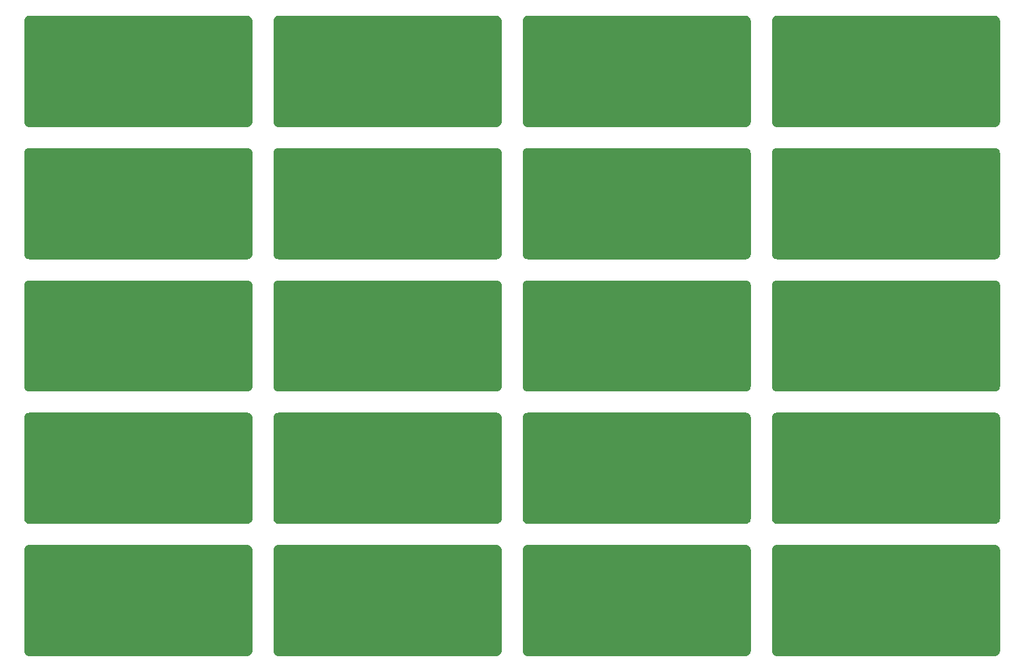
<source format=gbr>
G04 #@! TF.GenerationSoftware,KiCad,Pcbnew,(5.1.5-0-10_14)*
G04 #@! TF.CreationDate,2020-08-30T19:39:22+03:00*
G04 #@! TF.ProjectId,miniRGBii,6d696e69-5247-4426-9969-2e6b69636164,rev?*
G04 #@! TF.SameCoordinates,Original*
G04 #@! TF.FileFunction,Copper,L2,Bot*
G04 #@! TF.FilePolarity,Positive*
%FSLAX46Y46*%
G04 Gerber Fmt 4.6, Leading zero omitted, Abs format (unit mm)*
G04 Created by KiCad (PCBNEW (5.1.5-0-10_14)) date 2020-08-30 19:39:22*
%MOMM*%
%LPD*%
G04 APERTURE LIST*
%ADD10C,0.800000*%
%ADD11C,0.300000*%
G04 APERTURE END LIST*
D10*
X61000000Y-30800000D03*
X29000000Y-47800000D03*
X93000000Y-30800000D03*
X61000000Y-47800000D03*
X125000000Y-47800000D03*
X125000000Y-30800000D03*
X93000000Y-98800000D03*
X61000000Y-98800000D03*
X61000000Y-81800000D03*
X29000000Y-81800000D03*
X93000000Y-64800000D03*
X93000000Y-47800000D03*
X93000000Y-81800000D03*
X29000000Y-64800000D03*
X61000000Y-64800000D03*
X125000000Y-98800000D03*
X125000000Y-64800000D03*
X29000000Y-98800000D03*
X125000000Y-81800000D03*
X70400000Y-83700000D03*
X38400000Y-83700000D03*
X134400000Y-66700000D03*
X102400000Y-66700000D03*
X70400000Y-66700000D03*
X38400000Y-66700000D03*
X134400000Y-49700000D03*
X102400000Y-49700000D03*
X70400000Y-49700000D03*
X38400000Y-49700000D03*
X134400000Y-32700000D03*
X102400000Y-32700000D03*
X70400000Y-32700000D03*
X127000000Y-98800000D03*
X95000000Y-98800000D03*
X63000000Y-98800000D03*
X31000000Y-98800000D03*
X127000000Y-81800000D03*
X95000000Y-81800000D03*
X63000000Y-81800000D03*
X31000000Y-81800000D03*
X127000000Y-64800000D03*
X95000000Y-64800000D03*
X63000000Y-64800000D03*
X31000000Y-64800000D03*
X127000000Y-47800000D03*
X95000000Y-47800000D03*
X63000000Y-47800000D03*
X31000000Y-47800000D03*
X127000000Y-30800000D03*
X95000000Y-30800000D03*
X63000000Y-30800000D03*
X128900000Y-100700000D03*
X96900000Y-100700000D03*
X64900000Y-100700000D03*
X32900000Y-100700000D03*
X128900000Y-83700000D03*
X96900000Y-83700000D03*
X64900000Y-83700000D03*
X32900000Y-83700000D03*
X128900000Y-66700000D03*
X96900000Y-66700000D03*
X64900000Y-66700000D03*
X32900000Y-66700000D03*
X128900000Y-49700000D03*
X96900000Y-49700000D03*
X64900000Y-49700000D03*
X32900000Y-49700000D03*
X128900000Y-32700000D03*
X96900000Y-32700000D03*
X64900000Y-32700000D03*
X142600000Y-101700000D03*
X110600000Y-101700000D03*
X78600000Y-101700000D03*
X46600000Y-101700000D03*
X142600000Y-84700000D03*
X110600000Y-84700000D03*
X78600000Y-84700000D03*
X46600000Y-84700000D03*
X142600000Y-67700000D03*
X110600000Y-67700000D03*
X78600000Y-67700000D03*
X46600000Y-67700000D03*
X142600000Y-50700000D03*
X110600000Y-50700000D03*
X78600000Y-50700000D03*
X46600000Y-50700000D03*
X142600000Y-33700000D03*
X110600000Y-33700000D03*
X78600000Y-33700000D03*
X144200000Y-107900000D03*
X112200000Y-107900000D03*
X80200000Y-107900000D03*
X48200000Y-107900000D03*
X144200000Y-90900000D03*
X112200000Y-90900000D03*
X80200000Y-90900000D03*
X48200000Y-90900000D03*
X144200000Y-73900000D03*
X112200000Y-73900000D03*
X80200000Y-73900000D03*
X48200000Y-73900000D03*
X144200000Y-56900000D03*
X112200000Y-56900000D03*
X80200000Y-56900000D03*
X48200000Y-56900000D03*
X144200000Y-39900000D03*
X112200000Y-39900000D03*
X80200000Y-39900000D03*
X144200000Y-111900000D03*
X112200000Y-111900000D03*
X80200000Y-111900000D03*
X48200000Y-111900000D03*
X144200000Y-94900000D03*
X112200000Y-94900000D03*
X80200000Y-94900000D03*
X48200000Y-94900000D03*
X144200000Y-77900000D03*
X112200000Y-77900000D03*
X80200000Y-77900000D03*
X48200000Y-77900000D03*
X144200000Y-60900000D03*
X112200000Y-60900000D03*
X80200000Y-60900000D03*
X48200000Y-60900000D03*
X144200000Y-43900000D03*
X112200000Y-43900000D03*
X80200000Y-43900000D03*
X145100000Y-111900000D03*
X113100000Y-111900000D03*
X81100000Y-111900000D03*
X49100000Y-111900000D03*
X145100000Y-94900000D03*
X113100000Y-94900000D03*
X81100000Y-94900000D03*
X49100000Y-94900000D03*
X145100000Y-77900000D03*
X113100000Y-77900000D03*
X81100000Y-77900000D03*
X49100000Y-77900000D03*
X145100000Y-60900000D03*
X113100000Y-60900000D03*
X81100000Y-60900000D03*
X49100000Y-60900000D03*
X145100000Y-43900000D03*
X113100000Y-43900000D03*
X81100000Y-43900000D03*
X134400000Y-100700000D03*
X102400000Y-100700000D03*
X70400000Y-100700000D03*
X38400000Y-100700000D03*
X134400000Y-83700000D03*
X102400000Y-83700000D03*
X144190953Y-109790953D03*
X112190953Y-109790953D03*
X80190953Y-109790953D03*
X48190953Y-109790953D03*
X144190953Y-92790953D03*
X112190953Y-92790953D03*
X80190953Y-92790953D03*
X48190953Y-92790953D03*
X144190953Y-75790953D03*
X112190953Y-75790953D03*
X80190953Y-75790953D03*
X48190953Y-75790953D03*
X144190953Y-58790953D03*
X112190953Y-58790953D03*
X80190953Y-58790953D03*
X48190953Y-58790953D03*
X144190953Y-41790953D03*
X112190953Y-41790953D03*
X80190953Y-41790953D03*
X48200000Y-39900000D03*
X48200000Y-43900000D03*
X49100000Y-43900000D03*
X38400000Y-32700000D03*
X31000000Y-30800000D03*
X32900000Y-32700000D03*
X46600000Y-33700000D03*
X48190953Y-41790953D03*
X145000000Y-104500000D03*
X113000000Y-104500000D03*
X81000000Y-104500000D03*
X49000000Y-104500000D03*
X145000000Y-87500000D03*
X113000000Y-87500000D03*
X81000000Y-87500000D03*
X49000000Y-87500000D03*
X145000000Y-70500000D03*
X113000000Y-70500000D03*
X81000000Y-70500000D03*
X49000000Y-70500000D03*
X145000000Y-53500000D03*
X113000000Y-53500000D03*
X81000000Y-53500000D03*
X49000000Y-53500000D03*
X145000000Y-36500000D03*
X113000000Y-36500000D03*
X81000000Y-36500000D03*
X29000000Y-30800000D03*
X49000000Y-36500000D03*
X43800000Y-38800000D03*
X139800000Y-55800000D03*
X43800000Y-72800000D03*
X107800000Y-55800000D03*
X75800000Y-72800000D03*
X139800000Y-106800000D03*
X107800000Y-106800000D03*
X139800000Y-89800000D03*
X107800000Y-89800000D03*
X75800000Y-106800000D03*
X75800000Y-89800000D03*
X75800000Y-38800000D03*
X43800000Y-89800000D03*
X43800000Y-106800000D03*
X139800000Y-72800000D03*
X107800000Y-72800000D03*
X75800000Y-55800000D03*
X43800000Y-55800000D03*
X139800000Y-38800000D03*
X107800000Y-38800000D03*
D11*
G36*
X56091770Y-30536516D02*
G01*
X56180048Y-30563168D01*
X56261470Y-30606461D01*
X56332927Y-30664740D01*
X56391705Y-30735790D01*
X56435565Y-30816907D01*
X56462832Y-30904992D01*
X56475000Y-31020764D01*
X56475001Y-35474202D01*
X56475000Y-35474212D01*
X56475000Y-35974213D01*
X56475001Y-38974203D01*
X56475000Y-38974213D01*
X56475000Y-39474213D01*
X56475001Y-43974317D01*
X56463485Y-44091769D01*
X56436831Y-44180049D01*
X56393539Y-44261470D01*
X56335261Y-44332925D01*
X56264209Y-44391706D01*
X56183093Y-44435565D01*
X56095008Y-44462832D01*
X55979236Y-44475000D01*
X28025673Y-44475000D01*
X27908231Y-44463485D01*
X27819951Y-44436831D01*
X27738530Y-44393539D01*
X27667075Y-44335261D01*
X27608294Y-44264209D01*
X27564435Y-44183093D01*
X27537168Y-44095008D01*
X27525000Y-43979236D01*
X27525000Y-31025674D01*
X27536516Y-30908230D01*
X27563168Y-30819952D01*
X27606461Y-30738530D01*
X27664740Y-30667073D01*
X27735790Y-30608295D01*
X27816907Y-30564435D01*
X27904992Y-30537168D01*
X28020764Y-30525000D01*
X55974326Y-30525000D01*
X56091770Y-30536516D01*
G37*
X56091770Y-30536516D02*
X56180048Y-30563168D01*
X56261470Y-30606461D01*
X56332927Y-30664740D01*
X56391705Y-30735790D01*
X56435565Y-30816907D01*
X56462832Y-30904992D01*
X56475000Y-31020764D01*
X56475001Y-35474202D01*
X56475000Y-35474212D01*
X56475000Y-35974213D01*
X56475001Y-38974203D01*
X56475000Y-38974213D01*
X56475000Y-39474213D01*
X56475001Y-43974317D01*
X56463485Y-44091769D01*
X56436831Y-44180049D01*
X56393539Y-44261470D01*
X56335261Y-44332925D01*
X56264209Y-44391706D01*
X56183093Y-44435565D01*
X56095008Y-44462832D01*
X55979236Y-44475000D01*
X28025673Y-44475000D01*
X27908231Y-44463485D01*
X27819951Y-44436831D01*
X27738530Y-44393539D01*
X27667075Y-44335261D01*
X27608294Y-44264209D01*
X27564435Y-44183093D01*
X27537168Y-44095008D01*
X27525000Y-43979236D01*
X27525000Y-31025674D01*
X27536516Y-30908230D01*
X27563168Y-30819952D01*
X27606461Y-30738530D01*
X27664740Y-30667073D01*
X27735790Y-30608295D01*
X27816907Y-30564435D01*
X27904992Y-30537168D01*
X28020764Y-30525000D01*
X55974326Y-30525000D01*
X56091770Y-30536516D01*
G36*
X88091770Y-30536516D02*
G01*
X88180048Y-30563168D01*
X88261470Y-30606461D01*
X88332927Y-30664740D01*
X88391705Y-30735790D01*
X88435565Y-30816907D01*
X88462832Y-30904992D01*
X88475000Y-31020764D01*
X88475001Y-35474202D01*
X88475000Y-35474212D01*
X88475000Y-35974213D01*
X88475001Y-38974203D01*
X88475000Y-38974213D01*
X88475000Y-39474213D01*
X88475001Y-43974317D01*
X88463485Y-44091769D01*
X88436831Y-44180049D01*
X88393539Y-44261470D01*
X88335261Y-44332925D01*
X88264209Y-44391706D01*
X88183093Y-44435565D01*
X88095008Y-44462832D01*
X87979236Y-44475000D01*
X60025673Y-44475000D01*
X59908231Y-44463485D01*
X59819951Y-44436831D01*
X59738530Y-44393539D01*
X59667075Y-44335261D01*
X59608294Y-44264209D01*
X59564435Y-44183093D01*
X59537168Y-44095008D01*
X59525000Y-43979236D01*
X59525000Y-31025674D01*
X59536516Y-30908230D01*
X59563168Y-30819952D01*
X59606461Y-30738530D01*
X59664740Y-30667073D01*
X59735790Y-30608295D01*
X59816907Y-30564435D01*
X59904992Y-30537168D01*
X60020764Y-30525000D01*
X87974326Y-30525000D01*
X88091770Y-30536516D01*
G37*
X88091770Y-30536516D02*
X88180048Y-30563168D01*
X88261470Y-30606461D01*
X88332927Y-30664740D01*
X88391705Y-30735790D01*
X88435565Y-30816907D01*
X88462832Y-30904992D01*
X88475000Y-31020764D01*
X88475001Y-35474202D01*
X88475000Y-35474212D01*
X88475000Y-35974213D01*
X88475001Y-38974203D01*
X88475000Y-38974213D01*
X88475000Y-39474213D01*
X88475001Y-43974317D01*
X88463485Y-44091769D01*
X88436831Y-44180049D01*
X88393539Y-44261470D01*
X88335261Y-44332925D01*
X88264209Y-44391706D01*
X88183093Y-44435565D01*
X88095008Y-44462832D01*
X87979236Y-44475000D01*
X60025673Y-44475000D01*
X59908231Y-44463485D01*
X59819951Y-44436831D01*
X59738530Y-44393539D01*
X59667075Y-44335261D01*
X59608294Y-44264209D01*
X59564435Y-44183093D01*
X59537168Y-44095008D01*
X59525000Y-43979236D01*
X59525000Y-31025674D01*
X59536516Y-30908230D01*
X59563168Y-30819952D01*
X59606461Y-30738530D01*
X59664740Y-30667073D01*
X59735790Y-30608295D01*
X59816907Y-30564435D01*
X59904992Y-30537168D01*
X60020764Y-30525000D01*
X87974326Y-30525000D01*
X88091770Y-30536516D01*
G36*
X120091770Y-30536516D02*
G01*
X120180048Y-30563168D01*
X120261470Y-30606461D01*
X120332927Y-30664740D01*
X120391705Y-30735790D01*
X120435565Y-30816907D01*
X120462832Y-30904992D01*
X120475000Y-31020764D01*
X120475001Y-35474202D01*
X120475000Y-35474212D01*
X120475000Y-35974213D01*
X120475001Y-38974203D01*
X120475000Y-38974213D01*
X120475000Y-39474213D01*
X120475001Y-43974317D01*
X120463485Y-44091769D01*
X120436831Y-44180049D01*
X120393539Y-44261470D01*
X120335261Y-44332925D01*
X120264209Y-44391706D01*
X120183093Y-44435565D01*
X120095008Y-44462832D01*
X119979236Y-44475000D01*
X92025673Y-44475000D01*
X91908231Y-44463485D01*
X91819951Y-44436831D01*
X91738530Y-44393539D01*
X91667075Y-44335261D01*
X91608294Y-44264209D01*
X91564435Y-44183093D01*
X91537168Y-44095008D01*
X91525000Y-43979236D01*
X91525000Y-31025674D01*
X91536516Y-30908230D01*
X91563168Y-30819952D01*
X91606461Y-30738530D01*
X91664740Y-30667073D01*
X91735790Y-30608295D01*
X91816907Y-30564435D01*
X91904992Y-30537168D01*
X92020764Y-30525000D01*
X119974326Y-30525000D01*
X120091770Y-30536516D01*
G37*
X120091770Y-30536516D02*
X120180048Y-30563168D01*
X120261470Y-30606461D01*
X120332927Y-30664740D01*
X120391705Y-30735790D01*
X120435565Y-30816907D01*
X120462832Y-30904992D01*
X120475000Y-31020764D01*
X120475001Y-35474202D01*
X120475000Y-35474212D01*
X120475000Y-35974213D01*
X120475001Y-38974203D01*
X120475000Y-38974213D01*
X120475000Y-39474213D01*
X120475001Y-43974317D01*
X120463485Y-44091769D01*
X120436831Y-44180049D01*
X120393539Y-44261470D01*
X120335261Y-44332925D01*
X120264209Y-44391706D01*
X120183093Y-44435565D01*
X120095008Y-44462832D01*
X119979236Y-44475000D01*
X92025673Y-44475000D01*
X91908231Y-44463485D01*
X91819951Y-44436831D01*
X91738530Y-44393539D01*
X91667075Y-44335261D01*
X91608294Y-44264209D01*
X91564435Y-44183093D01*
X91537168Y-44095008D01*
X91525000Y-43979236D01*
X91525000Y-31025674D01*
X91536516Y-30908230D01*
X91563168Y-30819952D01*
X91606461Y-30738530D01*
X91664740Y-30667073D01*
X91735790Y-30608295D01*
X91816907Y-30564435D01*
X91904992Y-30537168D01*
X92020764Y-30525000D01*
X119974326Y-30525000D01*
X120091770Y-30536516D01*
G36*
X152091770Y-30536516D02*
G01*
X152180048Y-30563168D01*
X152261470Y-30606461D01*
X152332927Y-30664740D01*
X152391705Y-30735790D01*
X152435565Y-30816907D01*
X152462832Y-30904992D01*
X152475000Y-31020764D01*
X152475001Y-35474202D01*
X152475000Y-35474212D01*
X152475000Y-35974213D01*
X152475001Y-38974203D01*
X152475000Y-38974213D01*
X152475000Y-39474213D01*
X152475001Y-43974317D01*
X152463485Y-44091769D01*
X152436831Y-44180049D01*
X152393539Y-44261470D01*
X152335261Y-44332925D01*
X152264209Y-44391706D01*
X152183093Y-44435565D01*
X152095008Y-44462832D01*
X151979236Y-44475000D01*
X124025673Y-44475000D01*
X123908231Y-44463485D01*
X123819951Y-44436831D01*
X123738530Y-44393539D01*
X123667075Y-44335261D01*
X123608294Y-44264209D01*
X123564435Y-44183093D01*
X123537168Y-44095008D01*
X123525000Y-43979236D01*
X123525000Y-31025674D01*
X123536516Y-30908230D01*
X123563168Y-30819952D01*
X123606461Y-30738530D01*
X123664740Y-30667073D01*
X123735790Y-30608295D01*
X123816907Y-30564435D01*
X123904992Y-30537168D01*
X124020764Y-30525000D01*
X151974326Y-30525000D01*
X152091770Y-30536516D01*
G37*
X152091770Y-30536516D02*
X152180048Y-30563168D01*
X152261470Y-30606461D01*
X152332927Y-30664740D01*
X152391705Y-30735790D01*
X152435565Y-30816907D01*
X152462832Y-30904992D01*
X152475000Y-31020764D01*
X152475001Y-35474202D01*
X152475000Y-35474212D01*
X152475000Y-35974213D01*
X152475001Y-38974203D01*
X152475000Y-38974213D01*
X152475000Y-39474213D01*
X152475001Y-43974317D01*
X152463485Y-44091769D01*
X152436831Y-44180049D01*
X152393539Y-44261470D01*
X152335261Y-44332925D01*
X152264209Y-44391706D01*
X152183093Y-44435565D01*
X152095008Y-44462832D01*
X151979236Y-44475000D01*
X124025673Y-44475000D01*
X123908231Y-44463485D01*
X123819951Y-44436831D01*
X123738530Y-44393539D01*
X123667075Y-44335261D01*
X123608294Y-44264209D01*
X123564435Y-44183093D01*
X123537168Y-44095008D01*
X123525000Y-43979236D01*
X123525000Y-31025674D01*
X123536516Y-30908230D01*
X123563168Y-30819952D01*
X123606461Y-30738530D01*
X123664740Y-30667073D01*
X123735790Y-30608295D01*
X123816907Y-30564435D01*
X123904992Y-30537168D01*
X124020764Y-30525000D01*
X151974326Y-30525000D01*
X152091770Y-30536516D01*
G36*
X56091770Y-47536516D02*
G01*
X56180048Y-47563168D01*
X56261470Y-47606461D01*
X56332927Y-47664740D01*
X56391705Y-47735790D01*
X56435565Y-47816907D01*
X56462832Y-47904992D01*
X56475000Y-48020764D01*
X56475001Y-52474202D01*
X56475000Y-52474212D01*
X56475000Y-52974213D01*
X56475001Y-55974203D01*
X56475000Y-55974213D01*
X56475000Y-56474213D01*
X56475001Y-60974317D01*
X56463485Y-61091769D01*
X56436831Y-61180049D01*
X56393539Y-61261470D01*
X56335261Y-61332925D01*
X56264209Y-61391706D01*
X56183093Y-61435565D01*
X56095008Y-61462832D01*
X55979236Y-61475000D01*
X28025673Y-61475000D01*
X27908231Y-61463485D01*
X27819951Y-61436831D01*
X27738530Y-61393539D01*
X27667075Y-61335261D01*
X27608294Y-61264209D01*
X27564435Y-61183093D01*
X27537168Y-61095008D01*
X27525000Y-60979236D01*
X27525000Y-48025674D01*
X27536516Y-47908230D01*
X27563168Y-47819952D01*
X27606461Y-47738530D01*
X27664740Y-47667073D01*
X27735790Y-47608295D01*
X27816907Y-47564435D01*
X27904992Y-47537168D01*
X28020764Y-47525000D01*
X55974326Y-47525000D01*
X56091770Y-47536516D01*
G37*
X56091770Y-47536516D02*
X56180048Y-47563168D01*
X56261470Y-47606461D01*
X56332927Y-47664740D01*
X56391705Y-47735790D01*
X56435565Y-47816907D01*
X56462832Y-47904992D01*
X56475000Y-48020764D01*
X56475001Y-52474202D01*
X56475000Y-52474212D01*
X56475000Y-52974213D01*
X56475001Y-55974203D01*
X56475000Y-55974213D01*
X56475000Y-56474213D01*
X56475001Y-60974317D01*
X56463485Y-61091769D01*
X56436831Y-61180049D01*
X56393539Y-61261470D01*
X56335261Y-61332925D01*
X56264209Y-61391706D01*
X56183093Y-61435565D01*
X56095008Y-61462832D01*
X55979236Y-61475000D01*
X28025673Y-61475000D01*
X27908231Y-61463485D01*
X27819951Y-61436831D01*
X27738530Y-61393539D01*
X27667075Y-61335261D01*
X27608294Y-61264209D01*
X27564435Y-61183093D01*
X27537168Y-61095008D01*
X27525000Y-60979236D01*
X27525000Y-48025674D01*
X27536516Y-47908230D01*
X27563168Y-47819952D01*
X27606461Y-47738530D01*
X27664740Y-47667073D01*
X27735790Y-47608295D01*
X27816907Y-47564435D01*
X27904992Y-47537168D01*
X28020764Y-47525000D01*
X55974326Y-47525000D01*
X56091770Y-47536516D01*
G36*
X88091770Y-47536516D02*
G01*
X88180048Y-47563168D01*
X88261470Y-47606461D01*
X88332927Y-47664740D01*
X88391705Y-47735790D01*
X88435565Y-47816907D01*
X88462832Y-47904992D01*
X88475000Y-48020764D01*
X88475001Y-52474202D01*
X88475000Y-52474212D01*
X88475000Y-52974213D01*
X88475001Y-55974203D01*
X88475000Y-55974213D01*
X88475000Y-56474213D01*
X88475001Y-60974317D01*
X88463485Y-61091769D01*
X88436831Y-61180049D01*
X88393539Y-61261470D01*
X88335261Y-61332925D01*
X88264209Y-61391706D01*
X88183093Y-61435565D01*
X88095008Y-61462832D01*
X87979236Y-61475000D01*
X60025673Y-61475000D01*
X59908231Y-61463485D01*
X59819951Y-61436831D01*
X59738530Y-61393539D01*
X59667075Y-61335261D01*
X59608294Y-61264209D01*
X59564435Y-61183093D01*
X59537168Y-61095008D01*
X59525000Y-60979236D01*
X59525000Y-48025674D01*
X59536516Y-47908230D01*
X59563168Y-47819952D01*
X59606461Y-47738530D01*
X59664740Y-47667073D01*
X59735790Y-47608295D01*
X59816907Y-47564435D01*
X59904992Y-47537168D01*
X60020764Y-47525000D01*
X87974326Y-47525000D01*
X88091770Y-47536516D01*
G37*
X88091770Y-47536516D02*
X88180048Y-47563168D01*
X88261470Y-47606461D01*
X88332927Y-47664740D01*
X88391705Y-47735790D01*
X88435565Y-47816907D01*
X88462832Y-47904992D01*
X88475000Y-48020764D01*
X88475001Y-52474202D01*
X88475000Y-52474212D01*
X88475000Y-52974213D01*
X88475001Y-55974203D01*
X88475000Y-55974213D01*
X88475000Y-56474213D01*
X88475001Y-60974317D01*
X88463485Y-61091769D01*
X88436831Y-61180049D01*
X88393539Y-61261470D01*
X88335261Y-61332925D01*
X88264209Y-61391706D01*
X88183093Y-61435565D01*
X88095008Y-61462832D01*
X87979236Y-61475000D01*
X60025673Y-61475000D01*
X59908231Y-61463485D01*
X59819951Y-61436831D01*
X59738530Y-61393539D01*
X59667075Y-61335261D01*
X59608294Y-61264209D01*
X59564435Y-61183093D01*
X59537168Y-61095008D01*
X59525000Y-60979236D01*
X59525000Y-48025674D01*
X59536516Y-47908230D01*
X59563168Y-47819952D01*
X59606461Y-47738530D01*
X59664740Y-47667073D01*
X59735790Y-47608295D01*
X59816907Y-47564435D01*
X59904992Y-47537168D01*
X60020764Y-47525000D01*
X87974326Y-47525000D01*
X88091770Y-47536516D01*
G36*
X120091770Y-47536516D02*
G01*
X120180048Y-47563168D01*
X120261470Y-47606461D01*
X120332927Y-47664740D01*
X120391705Y-47735790D01*
X120435565Y-47816907D01*
X120462832Y-47904992D01*
X120475000Y-48020764D01*
X120475001Y-52474202D01*
X120475000Y-52474212D01*
X120475000Y-52974213D01*
X120475001Y-55974203D01*
X120475000Y-55974213D01*
X120475000Y-56474213D01*
X120475001Y-60974317D01*
X120463485Y-61091769D01*
X120436831Y-61180049D01*
X120393539Y-61261470D01*
X120335261Y-61332925D01*
X120264209Y-61391706D01*
X120183093Y-61435565D01*
X120095008Y-61462832D01*
X119979236Y-61475000D01*
X92025673Y-61475000D01*
X91908231Y-61463485D01*
X91819951Y-61436831D01*
X91738530Y-61393539D01*
X91667075Y-61335261D01*
X91608294Y-61264209D01*
X91564435Y-61183093D01*
X91537168Y-61095008D01*
X91525000Y-60979236D01*
X91525000Y-48025674D01*
X91536516Y-47908230D01*
X91563168Y-47819952D01*
X91606461Y-47738530D01*
X91664740Y-47667073D01*
X91735790Y-47608295D01*
X91816907Y-47564435D01*
X91904992Y-47537168D01*
X92020764Y-47525000D01*
X119974326Y-47525000D01*
X120091770Y-47536516D01*
G37*
X120091770Y-47536516D02*
X120180048Y-47563168D01*
X120261470Y-47606461D01*
X120332927Y-47664740D01*
X120391705Y-47735790D01*
X120435565Y-47816907D01*
X120462832Y-47904992D01*
X120475000Y-48020764D01*
X120475001Y-52474202D01*
X120475000Y-52474212D01*
X120475000Y-52974213D01*
X120475001Y-55974203D01*
X120475000Y-55974213D01*
X120475000Y-56474213D01*
X120475001Y-60974317D01*
X120463485Y-61091769D01*
X120436831Y-61180049D01*
X120393539Y-61261470D01*
X120335261Y-61332925D01*
X120264209Y-61391706D01*
X120183093Y-61435565D01*
X120095008Y-61462832D01*
X119979236Y-61475000D01*
X92025673Y-61475000D01*
X91908231Y-61463485D01*
X91819951Y-61436831D01*
X91738530Y-61393539D01*
X91667075Y-61335261D01*
X91608294Y-61264209D01*
X91564435Y-61183093D01*
X91537168Y-61095008D01*
X91525000Y-60979236D01*
X91525000Y-48025674D01*
X91536516Y-47908230D01*
X91563168Y-47819952D01*
X91606461Y-47738530D01*
X91664740Y-47667073D01*
X91735790Y-47608295D01*
X91816907Y-47564435D01*
X91904992Y-47537168D01*
X92020764Y-47525000D01*
X119974326Y-47525000D01*
X120091770Y-47536516D01*
G36*
X152091770Y-47536516D02*
G01*
X152180048Y-47563168D01*
X152261470Y-47606461D01*
X152332927Y-47664740D01*
X152391705Y-47735790D01*
X152435565Y-47816907D01*
X152462832Y-47904992D01*
X152475000Y-48020764D01*
X152475001Y-52474202D01*
X152475000Y-52474212D01*
X152475000Y-52974213D01*
X152475001Y-55974203D01*
X152475000Y-55974213D01*
X152475000Y-56474213D01*
X152475001Y-60974317D01*
X152463485Y-61091769D01*
X152436831Y-61180049D01*
X152393539Y-61261470D01*
X152335261Y-61332925D01*
X152264209Y-61391706D01*
X152183093Y-61435565D01*
X152095008Y-61462832D01*
X151979236Y-61475000D01*
X124025673Y-61475000D01*
X123908231Y-61463485D01*
X123819951Y-61436831D01*
X123738530Y-61393539D01*
X123667075Y-61335261D01*
X123608294Y-61264209D01*
X123564435Y-61183093D01*
X123537168Y-61095008D01*
X123525000Y-60979236D01*
X123525000Y-48025674D01*
X123536516Y-47908230D01*
X123563168Y-47819952D01*
X123606461Y-47738530D01*
X123664740Y-47667073D01*
X123735790Y-47608295D01*
X123816907Y-47564435D01*
X123904992Y-47537168D01*
X124020764Y-47525000D01*
X151974326Y-47525000D01*
X152091770Y-47536516D01*
G37*
X152091770Y-47536516D02*
X152180048Y-47563168D01*
X152261470Y-47606461D01*
X152332927Y-47664740D01*
X152391705Y-47735790D01*
X152435565Y-47816907D01*
X152462832Y-47904992D01*
X152475000Y-48020764D01*
X152475001Y-52474202D01*
X152475000Y-52474212D01*
X152475000Y-52974213D01*
X152475001Y-55974203D01*
X152475000Y-55974213D01*
X152475000Y-56474213D01*
X152475001Y-60974317D01*
X152463485Y-61091769D01*
X152436831Y-61180049D01*
X152393539Y-61261470D01*
X152335261Y-61332925D01*
X152264209Y-61391706D01*
X152183093Y-61435565D01*
X152095008Y-61462832D01*
X151979236Y-61475000D01*
X124025673Y-61475000D01*
X123908231Y-61463485D01*
X123819951Y-61436831D01*
X123738530Y-61393539D01*
X123667075Y-61335261D01*
X123608294Y-61264209D01*
X123564435Y-61183093D01*
X123537168Y-61095008D01*
X123525000Y-60979236D01*
X123525000Y-48025674D01*
X123536516Y-47908230D01*
X123563168Y-47819952D01*
X123606461Y-47738530D01*
X123664740Y-47667073D01*
X123735790Y-47608295D01*
X123816907Y-47564435D01*
X123904992Y-47537168D01*
X124020764Y-47525000D01*
X151974326Y-47525000D01*
X152091770Y-47536516D01*
G36*
X56091770Y-64536516D02*
G01*
X56180048Y-64563168D01*
X56261470Y-64606461D01*
X56332927Y-64664740D01*
X56391705Y-64735790D01*
X56435565Y-64816907D01*
X56462832Y-64904992D01*
X56475000Y-65020764D01*
X56475001Y-69474202D01*
X56475000Y-69474212D01*
X56475000Y-69974213D01*
X56475001Y-72974203D01*
X56475000Y-72974213D01*
X56475000Y-73474213D01*
X56475001Y-77974317D01*
X56463485Y-78091769D01*
X56436831Y-78180049D01*
X56393539Y-78261470D01*
X56335261Y-78332925D01*
X56264209Y-78391706D01*
X56183093Y-78435565D01*
X56095008Y-78462832D01*
X55979236Y-78475000D01*
X28025673Y-78475000D01*
X27908231Y-78463485D01*
X27819951Y-78436831D01*
X27738530Y-78393539D01*
X27667075Y-78335261D01*
X27608294Y-78264209D01*
X27564435Y-78183093D01*
X27537168Y-78095008D01*
X27525000Y-77979236D01*
X27525000Y-65025674D01*
X27536516Y-64908230D01*
X27563168Y-64819952D01*
X27606461Y-64738530D01*
X27664740Y-64667073D01*
X27735790Y-64608295D01*
X27816907Y-64564435D01*
X27904992Y-64537168D01*
X28020764Y-64525000D01*
X55974326Y-64525000D01*
X56091770Y-64536516D01*
G37*
X56091770Y-64536516D02*
X56180048Y-64563168D01*
X56261470Y-64606461D01*
X56332927Y-64664740D01*
X56391705Y-64735790D01*
X56435565Y-64816907D01*
X56462832Y-64904992D01*
X56475000Y-65020764D01*
X56475001Y-69474202D01*
X56475000Y-69474212D01*
X56475000Y-69974213D01*
X56475001Y-72974203D01*
X56475000Y-72974213D01*
X56475000Y-73474213D01*
X56475001Y-77974317D01*
X56463485Y-78091769D01*
X56436831Y-78180049D01*
X56393539Y-78261470D01*
X56335261Y-78332925D01*
X56264209Y-78391706D01*
X56183093Y-78435565D01*
X56095008Y-78462832D01*
X55979236Y-78475000D01*
X28025673Y-78475000D01*
X27908231Y-78463485D01*
X27819951Y-78436831D01*
X27738530Y-78393539D01*
X27667075Y-78335261D01*
X27608294Y-78264209D01*
X27564435Y-78183093D01*
X27537168Y-78095008D01*
X27525000Y-77979236D01*
X27525000Y-65025674D01*
X27536516Y-64908230D01*
X27563168Y-64819952D01*
X27606461Y-64738530D01*
X27664740Y-64667073D01*
X27735790Y-64608295D01*
X27816907Y-64564435D01*
X27904992Y-64537168D01*
X28020764Y-64525000D01*
X55974326Y-64525000D01*
X56091770Y-64536516D01*
G36*
X88091770Y-64536516D02*
G01*
X88180048Y-64563168D01*
X88261470Y-64606461D01*
X88332927Y-64664740D01*
X88391705Y-64735790D01*
X88435565Y-64816907D01*
X88462832Y-64904992D01*
X88475000Y-65020764D01*
X88475001Y-69474202D01*
X88475000Y-69474212D01*
X88475000Y-69974213D01*
X88475001Y-72974203D01*
X88475000Y-72974213D01*
X88475000Y-73474213D01*
X88475001Y-77974317D01*
X88463485Y-78091769D01*
X88436831Y-78180049D01*
X88393539Y-78261470D01*
X88335261Y-78332925D01*
X88264209Y-78391706D01*
X88183093Y-78435565D01*
X88095008Y-78462832D01*
X87979236Y-78475000D01*
X60025673Y-78475000D01*
X59908231Y-78463485D01*
X59819951Y-78436831D01*
X59738530Y-78393539D01*
X59667075Y-78335261D01*
X59608294Y-78264209D01*
X59564435Y-78183093D01*
X59537168Y-78095008D01*
X59525000Y-77979236D01*
X59525000Y-65025674D01*
X59536516Y-64908230D01*
X59563168Y-64819952D01*
X59606461Y-64738530D01*
X59664740Y-64667073D01*
X59735790Y-64608295D01*
X59816907Y-64564435D01*
X59904992Y-64537168D01*
X60020764Y-64525000D01*
X87974326Y-64525000D01*
X88091770Y-64536516D01*
G37*
X88091770Y-64536516D02*
X88180048Y-64563168D01*
X88261470Y-64606461D01*
X88332927Y-64664740D01*
X88391705Y-64735790D01*
X88435565Y-64816907D01*
X88462832Y-64904992D01*
X88475000Y-65020764D01*
X88475001Y-69474202D01*
X88475000Y-69474212D01*
X88475000Y-69974213D01*
X88475001Y-72974203D01*
X88475000Y-72974213D01*
X88475000Y-73474213D01*
X88475001Y-77974317D01*
X88463485Y-78091769D01*
X88436831Y-78180049D01*
X88393539Y-78261470D01*
X88335261Y-78332925D01*
X88264209Y-78391706D01*
X88183093Y-78435565D01*
X88095008Y-78462832D01*
X87979236Y-78475000D01*
X60025673Y-78475000D01*
X59908231Y-78463485D01*
X59819951Y-78436831D01*
X59738530Y-78393539D01*
X59667075Y-78335261D01*
X59608294Y-78264209D01*
X59564435Y-78183093D01*
X59537168Y-78095008D01*
X59525000Y-77979236D01*
X59525000Y-65025674D01*
X59536516Y-64908230D01*
X59563168Y-64819952D01*
X59606461Y-64738530D01*
X59664740Y-64667073D01*
X59735790Y-64608295D01*
X59816907Y-64564435D01*
X59904992Y-64537168D01*
X60020764Y-64525000D01*
X87974326Y-64525000D01*
X88091770Y-64536516D01*
G36*
X120091770Y-64536516D02*
G01*
X120180048Y-64563168D01*
X120261470Y-64606461D01*
X120332927Y-64664740D01*
X120391705Y-64735790D01*
X120435565Y-64816907D01*
X120462832Y-64904992D01*
X120475000Y-65020764D01*
X120475001Y-69474202D01*
X120475000Y-69474212D01*
X120475000Y-69974213D01*
X120475001Y-72974203D01*
X120475000Y-72974213D01*
X120475000Y-73474213D01*
X120475001Y-77974317D01*
X120463485Y-78091769D01*
X120436831Y-78180049D01*
X120393539Y-78261470D01*
X120335261Y-78332925D01*
X120264209Y-78391706D01*
X120183093Y-78435565D01*
X120095008Y-78462832D01*
X119979236Y-78475000D01*
X92025673Y-78475000D01*
X91908231Y-78463485D01*
X91819951Y-78436831D01*
X91738530Y-78393539D01*
X91667075Y-78335261D01*
X91608294Y-78264209D01*
X91564435Y-78183093D01*
X91537168Y-78095008D01*
X91525000Y-77979236D01*
X91525000Y-65025674D01*
X91536516Y-64908230D01*
X91563168Y-64819952D01*
X91606461Y-64738530D01*
X91664740Y-64667073D01*
X91735790Y-64608295D01*
X91816907Y-64564435D01*
X91904992Y-64537168D01*
X92020764Y-64525000D01*
X119974326Y-64525000D01*
X120091770Y-64536516D01*
G37*
X120091770Y-64536516D02*
X120180048Y-64563168D01*
X120261470Y-64606461D01*
X120332927Y-64664740D01*
X120391705Y-64735790D01*
X120435565Y-64816907D01*
X120462832Y-64904992D01*
X120475000Y-65020764D01*
X120475001Y-69474202D01*
X120475000Y-69474212D01*
X120475000Y-69974213D01*
X120475001Y-72974203D01*
X120475000Y-72974213D01*
X120475000Y-73474213D01*
X120475001Y-77974317D01*
X120463485Y-78091769D01*
X120436831Y-78180049D01*
X120393539Y-78261470D01*
X120335261Y-78332925D01*
X120264209Y-78391706D01*
X120183093Y-78435565D01*
X120095008Y-78462832D01*
X119979236Y-78475000D01*
X92025673Y-78475000D01*
X91908231Y-78463485D01*
X91819951Y-78436831D01*
X91738530Y-78393539D01*
X91667075Y-78335261D01*
X91608294Y-78264209D01*
X91564435Y-78183093D01*
X91537168Y-78095008D01*
X91525000Y-77979236D01*
X91525000Y-65025674D01*
X91536516Y-64908230D01*
X91563168Y-64819952D01*
X91606461Y-64738530D01*
X91664740Y-64667073D01*
X91735790Y-64608295D01*
X91816907Y-64564435D01*
X91904992Y-64537168D01*
X92020764Y-64525000D01*
X119974326Y-64525000D01*
X120091770Y-64536516D01*
G36*
X152091770Y-64536516D02*
G01*
X152180048Y-64563168D01*
X152261470Y-64606461D01*
X152332927Y-64664740D01*
X152391705Y-64735790D01*
X152435565Y-64816907D01*
X152462832Y-64904992D01*
X152475000Y-65020764D01*
X152475001Y-69474202D01*
X152475000Y-69474212D01*
X152475000Y-69974213D01*
X152475001Y-72974203D01*
X152475000Y-72974213D01*
X152475000Y-73474213D01*
X152475001Y-77974317D01*
X152463485Y-78091769D01*
X152436831Y-78180049D01*
X152393539Y-78261470D01*
X152335261Y-78332925D01*
X152264209Y-78391706D01*
X152183093Y-78435565D01*
X152095008Y-78462832D01*
X151979236Y-78475000D01*
X124025673Y-78475000D01*
X123908231Y-78463485D01*
X123819951Y-78436831D01*
X123738530Y-78393539D01*
X123667075Y-78335261D01*
X123608294Y-78264209D01*
X123564435Y-78183093D01*
X123537168Y-78095008D01*
X123525000Y-77979236D01*
X123525000Y-65025674D01*
X123536516Y-64908230D01*
X123563168Y-64819952D01*
X123606461Y-64738530D01*
X123664740Y-64667073D01*
X123735790Y-64608295D01*
X123816907Y-64564435D01*
X123904992Y-64537168D01*
X124020764Y-64525000D01*
X151974326Y-64525000D01*
X152091770Y-64536516D01*
G37*
X152091770Y-64536516D02*
X152180048Y-64563168D01*
X152261470Y-64606461D01*
X152332927Y-64664740D01*
X152391705Y-64735790D01*
X152435565Y-64816907D01*
X152462832Y-64904992D01*
X152475000Y-65020764D01*
X152475001Y-69474202D01*
X152475000Y-69474212D01*
X152475000Y-69974213D01*
X152475001Y-72974203D01*
X152475000Y-72974213D01*
X152475000Y-73474213D01*
X152475001Y-77974317D01*
X152463485Y-78091769D01*
X152436831Y-78180049D01*
X152393539Y-78261470D01*
X152335261Y-78332925D01*
X152264209Y-78391706D01*
X152183093Y-78435565D01*
X152095008Y-78462832D01*
X151979236Y-78475000D01*
X124025673Y-78475000D01*
X123908231Y-78463485D01*
X123819951Y-78436831D01*
X123738530Y-78393539D01*
X123667075Y-78335261D01*
X123608294Y-78264209D01*
X123564435Y-78183093D01*
X123537168Y-78095008D01*
X123525000Y-77979236D01*
X123525000Y-65025674D01*
X123536516Y-64908230D01*
X123563168Y-64819952D01*
X123606461Y-64738530D01*
X123664740Y-64667073D01*
X123735790Y-64608295D01*
X123816907Y-64564435D01*
X123904992Y-64537168D01*
X124020764Y-64525000D01*
X151974326Y-64525000D01*
X152091770Y-64536516D01*
G36*
X56091770Y-81536516D02*
G01*
X56180048Y-81563168D01*
X56261470Y-81606461D01*
X56332927Y-81664740D01*
X56391705Y-81735790D01*
X56435565Y-81816907D01*
X56462832Y-81904992D01*
X56475000Y-82020764D01*
X56475001Y-86474202D01*
X56475000Y-86474212D01*
X56475000Y-86974213D01*
X56475001Y-89974203D01*
X56475000Y-89974213D01*
X56475000Y-90474213D01*
X56475001Y-94974317D01*
X56463485Y-95091769D01*
X56436831Y-95180049D01*
X56393539Y-95261470D01*
X56335261Y-95332925D01*
X56264209Y-95391706D01*
X56183093Y-95435565D01*
X56095008Y-95462832D01*
X55979236Y-95475000D01*
X28025673Y-95475000D01*
X27908231Y-95463485D01*
X27819951Y-95436831D01*
X27738530Y-95393539D01*
X27667075Y-95335261D01*
X27608294Y-95264209D01*
X27564435Y-95183093D01*
X27537168Y-95095008D01*
X27525000Y-94979236D01*
X27525000Y-82025674D01*
X27536516Y-81908230D01*
X27563168Y-81819952D01*
X27606461Y-81738530D01*
X27664740Y-81667073D01*
X27735790Y-81608295D01*
X27816907Y-81564435D01*
X27904992Y-81537168D01*
X28020764Y-81525000D01*
X55974326Y-81525000D01*
X56091770Y-81536516D01*
G37*
X56091770Y-81536516D02*
X56180048Y-81563168D01*
X56261470Y-81606461D01*
X56332927Y-81664740D01*
X56391705Y-81735790D01*
X56435565Y-81816907D01*
X56462832Y-81904992D01*
X56475000Y-82020764D01*
X56475001Y-86474202D01*
X56475000Y-86474212D01*
X56475000Y-86974213D01*
X56475001Y-89974203D01*
X56475000Y-89974213D01*
X56475000Y-90474213D01*
X56475001Y-94974317D01*
X56463485Y-95091769D01*
X56436831Y-95180049D01*
X56393539Y-95261470D01*
X56335261Y-95332925D01*
X56264209Y-95391706D01*
X56183093Y-95435565D01*
X56095008Y-95462832D01*
X55979236Y-95475000D01*
X28025673Y-95475000D01*
X27908231Y-95463485D01*
X27819951Y-95436831D01*
X27738530Y-95393539D01*
X27667075Y-95335261D01*
X27608294Y-95264209D01*
X27564435Y-95183093D01*
X27537168Y-95095008D01*
X27525000Y-94979236D01*
X27525000Y-82025674D01*
X27536516Y-81908230D01*
X27563168Y-81819952D01*
X27606461Y-81738530D01*
X27664740Y-81667073D01*
X27735790Y-81608295D01*
X27816907Y-81564435D01*
X27904992Y-81537168D01*
X28020764Y-81525000D01*
X55974326Y-81525000D01*
X56091770Y-81536516D01*
G36*
X88091770Y-81536516D02*
G01*
X88180048Y-81563168D01*
X88261470Y-81606461D01*
X88332927Y-81664740D01*
X88391705Y-81735790D01*
X88435565Y-81816907D01*
X88462832Y-81904992D01*
X88475000Y-82020764D01*
X88475001Y-86474202D01*
X88475000Y-86474212D01*
X88475000Y-86974213D01*
X88475001Y-89974203D01*
X88475000Y-89974213D01*
X88475000Y-90474213D01*
X88475001Y-94974317D01*
X88463485Y-95091769D01*
X88436831Y-95180049D01*
X88393539Y-95261470D01*
X88335261Y-95332925D01*
X88264209Y-95391706D01*
X88183093Y-95435565D01*
X88095008Y-95462832D01*
X87979236Y-95475000D01*
X60025673Y-95475000D01*
X59908231Y-95463485D01*
X59819951Y-95436831D01*
X59738530Y-95393539D01*
X59667075Y-95335261D01*
X59608294Y-95264209D01*
X59564435Y-95183093D01*
X59537168Y-95095008D01*
X59525000Y-94979236D01*
X59525000Y-82025674D01*
X59536516Y-81908230D01*
X59563168Y-81819952D01*
X59606461Y-81738530D01*
X59664740Y-81667073D01*
X59735790Y-81608295D01*
X59816907Y-81564435D01*
X59904992Y-81537168D01*
X60020764Y-81525000D01*
X87974326Y-81525000D01*
X88091770Y-81536516D01*
G37*
X88091770Y-81536516D02*
X88180048Y-81563168D01*
X88261470Y-81606461D01*
X88332927Y-81664740D01*
X88391705Y-81735790D01*
X88435565Y-81816907D01*
X88462832Y-81904992D01*
X88475000Y-82020764D01*
X88475001Y-86474202D01*
X88475000Y-86474212D01*
X88475000Y-86974213D01*
X88475001Y-89974203D01*
X88475000Y-89974213D01*
X88475000Y-90474213D01*
X88475001Y-94974317D01*
X88463485Y-95091769D01*
X88436831Y-95180049D01*
X88393539Y-95261470D01*
X88335261Y-95332925D01*
X88264209Y-95391706D01*
X88183093Y-95435565D01*
X88095008Y-95462832D01*
X87979236Y-95475000D01*
X60025673Y-95475000D01*
X59908231Y-95463485D01*
X59819951Y-95436831D01*
X59738530Y-95393539D01*
X59667075Y-95335261D01*
X59608294Y-95264209D01*
X59564435Y-95183093D01*
X59537168Y-95095008D01*
X59525000Y-94979236D01*
X59525000Y-82025674D01*
X59536516Y-81908230D01*
X59563168Y-81819952D01*
X59606461Y-81738530D01*
X59664740Y-81667073D01*
X59735790Y-81608295D01*
X59816907Y-81564435D01*
X59904992Y-81537168D01*
X60020764Y-81525000D01*
X87974326Y-81525000D01*
X88091770Y-81536516D01*
G36*
X120091770Y-81536516D02*
G01*
X120180048Y-81563168D01*
X120261470Y-81606461D01*
X120332927Y-81664740D01*
X120391705Y-81735790D01*
X120435565Y-81816907D01*
X120462832Y-81904992D01*
X120475000Y-82020764D01*
X120475001Y-86474202D01*
X120475000Y-86474212D01*
X120475000Y-86974213D01*
X120475001Y-89974203D01*
X120475000Y-89974213D01*
X120475000Y-90474213D01*
X120475001Y-94974317D01*
X120463485Y-95091769D01*
X120436831Y-95180049D01*
X120393539Y-95261470D01*
X120335261Y-95332925D01*
X120264209Y-95391706D01*
X120183093Y-95435565D01*
X120095008Y-95462832D01*
X119979236Y-95475000D01*
X92025673Y-95475000D01*
X91908231Y-95463485D01*
X91819951Y-95436831D01*
X91738530Y-95393539D01*
X91667075Y-95335261D01*
X91608294Y-95264209D01*
X91564435Y-95183093D01*
X91537168Y-95095008D01*
X91525000Y-94979236D01*
X91525000Y-82025674D01*
X91536516Y-81908230D01*
X91563168Y-81819952D01*
X91606461Y-81738530D01*
X91664740Y-81667073D01*
X91735790Y-81608295D01*
X91816907Y-81564435D01*
X91904992Y-81537168D01*
X92020764Y-81525000D01*
X119974326Y-81525000D01*
X120091770Y-81536516D01*
G37*
X120091770Y-81536516D02*
X120180048Y-81563168D01*
X120261470Y-81606461D01*
X120332927Y-81664740D01*
X120391705Y-81735790D01*
X120435565Y-81816907D01*
X120462832Y-81904992D01*
X120475000Y-82020764D01*
X120475001Y-86474202D01*
X120475000Y-86474212D01*
X120475000Y-86974213D01*
X120475001Y-89974203D01*
X120475000Y-89974213D01*
X120475000Y-90474213D01*
X120475001Y-94974317D01*
X120463485Y-95091769D01*
X120436831Y-95180049D01*
X120393539Y-95261470D01*
X120335261Y-95332925D01*
X120264209Y-95391706D01*
X120183093Y-95435565D01*
X120095008Y-95462832D01*
X119979236Y-95475000D01*
X92025673Y-95475000D01*
X91908231Y-95463485D01*
X91819951Y-95436831D01*
X91738530Y-95393539D01*
X91667075Y-95335261D01*
X91608294Y-95264209D01*
X91564435Y-95183093D01*
X91537168Y-95095008D01*
X91525000Y-94979236D01*
X91525000Y-82025674D01*
X91536516Y-81908230D01*
X91563168Y-81819952D01*
X91606461Y-81738530D01*
X91664740Y-81667073D01*
X91735790Y-81608295D01*
X91816907Y-81564435D01*
X91904992Y-81537168D01*
X92020764Y-81525000D01*
X119974326Y-81525000D01*
X120091770Y-81536516D01*
G36*
X152091770Y-81536516D02*
G01*
X152180048Y-81563168D01*
X152261470Y-81606461D01*
X152332927Y-81664740D01*
X152391705Y-81735790D01*
X152435565Y-81816907D01*
X152462832Y-81904992D01*
X152475000Y-82020764D01*
X152475001Y-86474202D01*
X152475000Y-86474212D01*
X152475000Y-86974213D01*
X152475001Y-89974203D01*
X152475000Y-89974213D01*
X152475000Y-90474213D01*
X152475001Y-94974317D01*
X152463485Y-95091769D01*
X152436831Y-95180049D01*
X152393539Y-95261470D01*
X152335261Y-95332925D01*
X152264209Y-95391706D01*
X152183093Y-95435565D01*
X152095008Y-95462832D01*
X151979236Y-95475000D01*
X124025673Y-95475000D01*
X123908231Y-95463485D01*
X123819951Y-95436831D01*
X123738530Y-95393539D01*
X123667075Y-95335261D01*
X123608294Y-95264209D01*
X123564435Y-95183093D01*
X123537168Y-95095008D01*
X123525000Y-94979236D01*
X123525000Y-82025674D01*
X123536516Y-81908230D01*
X123563168Y-81819952D01*
X123606461Y-81738530D01*
X123664740Y-81667073D01*
X123735790Y-81608295D01*
X123816907Y-81564435D01*
X123904992Y-81537168D01*
X124020764Y-81525000D01*
X151974326Y-81525000D01*
X152091770Y-81536516D01*
G37*
X152091770Y-81536516D02*
X152180048Y-81563168D01*
X152261470Y-81606461D01*
X152332927Y-81664740D01*
X152391705Y-81735790D01*
X152435565Y-81816907D01*
X152462832Y-81904992D01*
X152475000Y-82020764D01*
X152475001Y-86474202D01*
X152475000Y-86474212D01*
X152475000Y-86974213D01*
X152475001Y-89974203D01*
X152475000Y-89974213D01*
X152475000Y-90474213D01*
X152475001Y-94974317D01*
X152463485Y-95091769D01*
X152436831Y-95180049D01*
X152393539Y-95261470D01*
X152335261Y-95332925D01*
X152264209Y-95391706D01*
X152183093Y-95435565D01*
X152095008Y-95462832D01*
X151979236Y-95475000D01*
X124025673Y-95475000D01*
X123908231Y-95463485D01*
X123819951Y-95436831D01*
X123738530Y-95393539D01*
X123667075Y-95335261D01*
X123608294Y-95264209D01*
X123564435Y-95183093D01*
X123537168Y-95095008D01*
X123525000Y-94979236D01*
X123525000Y-82025674D01*
X123536516Y-81908230D01*
X123563168Y-81819952D01*
X123606461Y-81738530D01*
X123664740Y-81667073D01*
X123735790Y-81608295D01*
X123816907Y-81564435D01*
X123904992Y-81537168D01*
X124020764Y-81525000D01*
X151974326Y-81525000D01*
X152091770Y-81536516D01*
G36*
X56091770Y-98536516D02*
G01*
X56180048Y-98563168D01*
X56261470Y-98606461D01*
X56332927Y-98664740D01*
X56391705Y-98735790D01*
X56435565Y-98816907D01*
X56462832Y-98904992D01*
X56475000Y-99020764D01*
X56475001Y-103474202D01*
X56475000Y-103474212D01*
X56475000Y-103974213D01*
X56475001Y-106974203D01*
X56475000Y-106974213D01*
X56475000Y-107474213D01*
X56475001Y-111974317D01*
X56463485Y-112091769D01*
X56436831Y-112180049D01*
X56393539Y-112261470D01*
X56335261Y-112332925D01*
X56264209Y-112391706D01*
X56183093Y-112435565D01*
X56095008Y-112462832D01*
X55979236Y-112475000D01*
X28025673Y-112475000D01*
X27908231Y-112463485D01*
X27819951Y-112436831D01*
X27738530Y-112393539D01*
X27667075Y-112335261D01*
X27608294Y-112264209D01*
X27564435Y-112183093D01*
X27537168Y-112095008D01*
X27525000Y-111979236D01*
X27525000Y-99025674D01*
X27536516Y-98908230D01*
X27563168Y-98819952D01*
X27606461Y-98738530D01*
X27664740Y-98667073D01*
X27735790Y-98608295D01*
X27816907Y-98564435D01*
X27904992Y-98537168D01*
X28020764Y-98525000D01*
X55974326Y-98525000D01*
X56091770Y-98536516D01*
G37*
X56091770Y-98536516D02*
X56180048Y-98563168D01*
X56261470Y-98606461D01*
X56332927Y-98664740D01*
X56391705Y-98735790D01*
X56435565Y-98816907D01*
X56462832Y-98904992D01*
X56475000Y-99020764D01*
X56475001Y-103474202D01*
X56475000Y-103474212D01*
X56475000Y-103974213D01*
X56475001Y-106974203D01*
X56475000Y-106974213D01*
X56475000Y-107474213D01*
X56475001Y-111974317D01*
X56463485Y-112091769D01*
X56436831Y-112180049D01*
X56393539Y-112261470D01*
X56335261Y-112332925D01*
X56264209Y-112391706D01*
X56183093Y-112435565D01*
X56095008Y-112462832D01*
X55979236Y-112475000D01*
X28025673Y-112475000D01*
X27908231Y-112463485D01*
X27819951Y-112436831D01*
X27738530Y-112393539D01*
X27667075Y-112335261D01*
X27608294Y-112264209D01*
X27564435Y-112183093D01*
X27537168Y-112095008D01*
X27525000Y-111979236D01*
X27525000Y-99025674D01*
X27536516Y-98908230D01*
X27563168Y-98819952D01*
X27606461Y-98738530D01*
X27664740Y-98667073D01*
X27735790Y-98608295D01*
X27816907Y-98564435D01*
X27904992Y-98537168D01*
X28020764Y-98525000D01*
X55974326Y-98525000D01*
X56091770Y-98536516D01*
G36*
X88091770Y-98536516D02*
G01*
X88180048Y-98563168D01*
X88261470Y-98606461D01*
X88332927Y-98664740D01*
X88391705Y-98735790D01*
X88435565Y-98816907D01*
X88462832Y-98904992D01*
X88475000Y-99020764D01*
X88475001Y-103474202D01*
X88475000Y-103474212D01*
X88475000Y-103974213D01*
X88475001Y-106974203D01*
X88475000Y-106974213D01*
X88475000Y-107474213D01*
X88475001Y-111974317D01*
X88463485Y-112091769D01*
X88436831Y-112180049D01*
X88393539Y-112261470D01*
X88335261Y-112332925D01*
X88264209Y-112391706D01*
X88183093Y-112435565D01*
X88095008Y-112462832D01*
X87979236Y-112475000D01*
X60025673Y-112475000D01*
X59908231Y-112463485D01*
X59819951Y-112436831D01*
X59738530Y-112393539D01*
X59667075Y-112335261D01*
X59608294Y-112264209D01*
X59564435Y-112183093D01*
X59537168Y-112095008D01*
X59525000Y-111979236D01*
X59525000Y-99025674D01*
X59536516Y-98908230D01*
X59563168Y-98819952D01*
X59606461Y-98738530D01*
X59664740Y-98667073D01*
X59735790Y-98608295D01*
X59816907Y-98564435D01*
X59904992Y-98537168D01*
X60020764Y-98525000D01*
X87974326Y-98525000D01*
X88091770Y-98536516D01*
G37*
X88091770Y-98536516D02*
X88180048Y-98563168D01*
X88261470Y-98606461D01*
X88332927Y-98664740D01*
X88391705Y-98735790D01*
X88435565Y-98816907D01*
X88462832Y-98904992D01*
X88475000Y-99020764D01*
X88475001Y-103474202D01*
X88475000Y-103474212D01*
X88475000Y-103974213D01*
X88475001Y-106974203D01*
X88475000Y-106974213D01*
X88475000Y-107474213D01*
X88475001Y-111974317D01*
X88463485Y-112091769D01*
X88436831Y-112180049D01*
X88393539Y-112261470D01*
X88335261Y-112332925D01*
X88264209Y-112391706D01*
X88183093Y-112435565D01*
X88095008Y-112462832D01*
X87979236Y-112475000D01*
X60025673Y-112475000D01*
X59908231Y-112463485D01*
X59819951Y-112436831D01*
X59738530Y-112393539D01*
X59667075Y-112335261D01*
X59608294Y-112264209D01*
X59564435Y-112183093D01*
X59537168Y-112095008D01*
X59525000Y-111979236D01*
X59525000Y-99025674D01*
X59536516Y-98908230D01*
X59563168Y-98819952D01*
X59606461Y-98738530D01*
X59664740Y-98667073D01*
X59735790Y-98608295D01*
X59816907Y-98564435D01*
X59904992Y-98537168D01*
X60020764Y-98525000D01*
X87974326Y-98525000D01*
X88091770Y-98536516D01*
G36*
X120091770Y-98536516D02*
G01*
X120180048Y-98563168D01*
X120261470Y-98606461D01*
X120332927Y-98664740D01*
X120391705Y-98735790D01*
X120435565Y-98816907D01*
X120462832Y-98904992D01*
X120475000Y-99020764D01*
X120475001Y-103474202D01*
X120475000Y-103474212D01*
X120475000Y-103974213D01*
X120475001Y-106974203D01*
X120475000Y-106974213D01*
X120475000Y-107474213D01*
X120475001Y-111974317D01*
X120463485Y-112091769D01*
X120436831Y-112180049D01*
X120393539Y-112261470D01*
X120335261Y-112332925D01*
X120264209Y-112391706D01*
X120183093Y-112435565D01*
X120095008Y-112462832D01*
X119979236Y-112475000D01*
X92025673Y-112475000D01*
X91908231Y-112463485D01*
X91819951Y-112436831D01*
X91738530Y-112393539D01*
X91667075Y-112335261D01*
X91608294Y-112264209D01*
X91564435Y-112183093D01*
X91537168Y-112095008D01*
X91525000Y-111979236D01*
X91525000Y-99025674D01*
X91536516Y-98908230D01*
X91563168Y-98819952D01*
X91606461Y-98738530D01*
X91664740Y-98667073D01*
X91735790Y-98608295D01*
X91816907Y-98564435D01*
X91904992Y-98537168D01*
X92020764Y-98525000D01*
X119974326Y-98525000D01*
X120091770Y-98536516D01*
G37*
X120091770Y-98536516D02*
X120180048Y-98563168D01*
X120261470Y-98606461D01*
X120332927Y-98664740D01*
X120391705Y-98735790D01*
X120435565Y-98816907D01*
X120462832Y-98904992D01*
X120475000Y-99020764D01*
X120475001Y-103474202D01*
X120475000Y-103474212D01*
X120475000Y-103974213D01*
X120475001Y-106974203D01*
X120475000Y-106974213D01*
X120475000Y-107474213D01*
X120475001Y-111974317D01*
X120463485Y-112091769D01*
X120436831Y-112180049D01*
X120393539Y-112261470D01*
X120335261Y-112332925D01*
X120264209Y-112391706D01*
X120183093Y-112435565D01*
X120095008Y-112462832D01*
X119979236Y-112475000D01*
X92025673Y-112475000D01*
X91908231Y-112463485D01*
X91819951Y-112436831D01*
X91738530Y-112393539D01*
X91667075Y-112335261D01*
X91608294Y-112264209D01*
X91564435Y-112183093D01*
X91537168Y-112095008D01*
X91525000Y-111979236D01*
X91525000Y-99025674D01*
X91536516Y-98908230D01*
X91563168Y-98819952D01*
X91606461Y-98738530D01*
X91664740Y-98667073D01*
X91735790Y-98608295D01*
X91816907Y-98564435D01*
X91904992Y-98537168D01*
X92020764Y-98525000D01*
X119974326Y-98525000D01*
X120091770Y-98536516D01*
G36*
X152091770Y-98536516D02*
G01*
X152180048Y-98563168D01*
X152261470Y-98606461D01*
X152332927Y-98664740D01*
X152391705Y-98735790D01*
X152435565Y-98816907D01*
X152462832Y-98904992D01*
X152475000Y-99020764D01*
X152475001Y-103474202D01*
X152475000Y-103474212D01*
X152475000Y-103974213D01*
X152475001Y-106974203D01*
X152475000Y-106974213D01*
X152475000Y-107474213D01*
X152475001Y-111974317D01*
X152463485Y-112091769D01*
X152436831Y-112180049D01*
X152393539Y-112261470D01*
X152335261Y-112332925D01*
X152264209Y-112391706D01*
X152183093Y-112435565D01*
X152095008Y-112462832D01*
X151979236Y-112475000D01*
X124025673Y-112475000D01*
X123908231Y-112463485D01*
X123819951Y-112436831D01*
X123738530Y-112393539D01*
X123667075Y-112335261D01*
X123608294Y-112264209D01*
X123564435Y-112183093D01*
X123537168Y-112095008D01*
X123525000Y-111979236D01*
X123525000Y-99025674D01*
X123536516Y-98908230D01*
X123563168Y-98819952D01*
X123606461Y-98738530D01*
X123664740Y-98667073D01*
X123735790Y-98608295D01*
X123816907Y-98564435D01*
X123904992Y-98537168D01*
X124020764Y-98525000D01*
X151974326Y-98525000D01*
X152091770Y-98536516D01*
G37*
X152091770Y-98536516D02*
X152180048Y-98563168D01*
X152261470Y-98606461D01*
X152332927Y-98664740D01*
X152391705Y-98735790D01*
X152435565Y-98816907D01*
X152462832Y-98904992D01*
X152475000Y-99020764D01*
X152475001Y-103474202D01*
X152475000Y-103474212D01*
X152475000Y-103974213D01*
X152475001Y-106974203D01*
X152475000Y-106974213D01*
X152475000Y-107474213D01*
X152475001Y-111974317D01*
X152463485Y-112091769D01*
X152436831Y-112180049D01*
X152393539Y-112261470D01*
X152335261Y-112332925D01*
X152264209Y-112391706D01*
X152183093Y-112435565D01*
X152095008Y-112462832D01*
X151979236Y-112475000D01*
X124025673Y-112475000D01*
X123908231Y-112463485D01*
X123819951Y-112436831D01*
X123738530Y-112393539D01*
X123667075Y-112335261D01*
X123608294Y-112264209D01*
X123564435Y-112183093D01*
X123537168Y-112095008D01*
X123525000Y-111979236D01*
X123525000Y-99025674D01*
X123536516Y-98908230D01*
X123563168Y-98819952D01*
X123606461Y-98738530D01*
X123664740Y-98667073D01*
X123735790Y-98608295D01*
X123816907Y-98564435D01*
X123904992Y-98537168D01*
X124020764Y-98525000D01*
X151974326Y-98525000D01*
X152091770Y-98536516D01*
M02*

</source>
